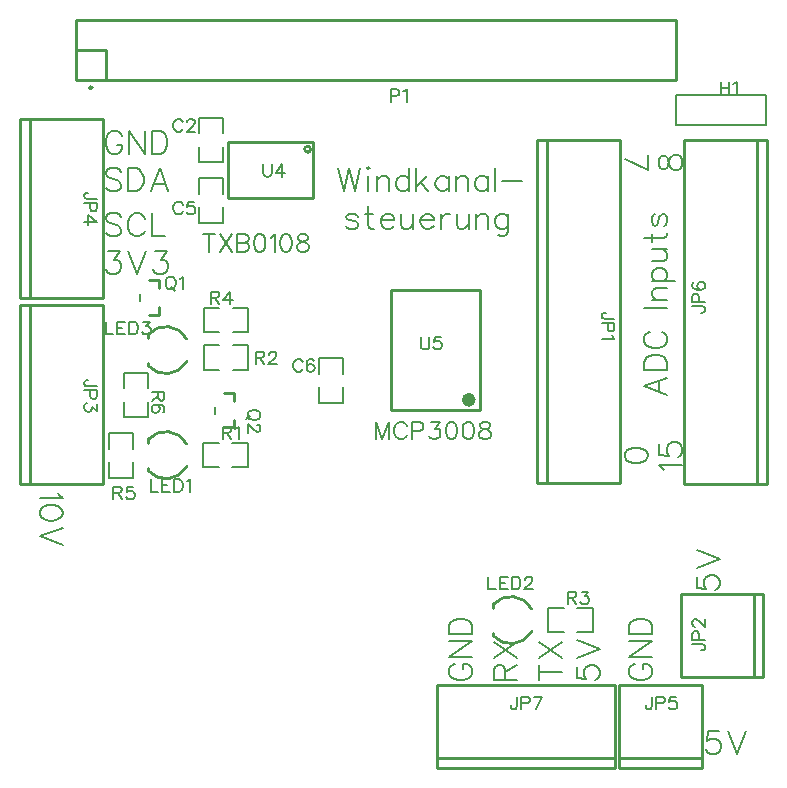
<source format=gto>
G04 Layer: TopSilkLayer*
G04 EasyEDA v6.3.22, 2020-01-23T08:33:16+01:00*
G04 c9beca13151b413282484c31864a17c3,a11fdbbf625d454fa155e63b1a2a2389,10*
G04 Gerber Generator version 0.2*
G04 Scale: 100 percent, Rotated: No, Reflected: No *
G04 Dimensions in inches *
G04 leading zeros omitted , absolute positions ,2 integer and 4 decimal *
%FSLAX24Y24*%
%MOIN*%
G90*
G70D02*

%ADD10C,0.010000*%
%ADD14C,0.023622*%
%ADD28C,0.007870*%
%ADD29C,0.008000*%
%ADD30C,0.007992*%
%ADD31C,0.007874*%
%ADD32C,0.006000*%

%LPD*%
G54D28*
G01X7468Y10342D02*
G01X7988Y10342D01*
G01X7988Y11157D01*
G01X7468Y11157D01*
G01X7022Y10342D02*
G01X6503Y10342D01*
G01X6503Y11157D01*
G01X7022Y11157D01*
G54D10*
G01X3156Y21953D02*
G01X3156Y16003D01*
G01X3156Y16003D02*
G01X716Y16003D01*
G01X716Y16003D02*
G01X396Y16003D01*
G01X396Y16003D02*
G01X396Y21953D01*
G01X396Y21953D02*
G01X716Y21953D01*
G01X716Y21953D02*
G01X3156Y21953D01*
G01X716Y16003D02*
G01X716Y21953D01*
G01X2250Y25250D02*
G01X2250Y23250D01*
G01X22250Y23250D01*
G01X22250Y25250D01*
G01X2250Y25250D01*
G01X3250Y24250D02*
G01X2250Y24250D01*
G01X3250Y23250D02*
G01X3250Y24250D01*
G54D29*
G01X23000Y22750D02*
G01X22250Y22750D01*
G01X22250Y21750D01*
G01X25250Y21750D01*
G01X25250Y22750D01*
G54D30*
G01X25250Y22750D02*
G01X23000Y22750D01*
G54D10*
G01X22524Y9798D02*
G01X22524Y21248D01*
G01X22524Y21248D02*
G01X24964Y21248D01*
G01X24964Y21248D02*
G01X25284Y21248D01*
G01X25284Y21248D02*
G01X25284Y9798D01*
G01X25284Y9798D02*
G01X24964Y9798D01*
G01X24964Y9798D02*
G01X22524Y9798D01*
G01X24964Y21248D02*
G01X24964Y9798D01*
G01X14275Y3090D02*
G01X20225Y3090D01*
G01X20225Y3090D02*
G01X20225Y650D01*
G01X20225Y650D02*
G01X20225Y330D01*
G01X20225Y330D02*
G01X14275Y330D01*
G01X14275Y330D02*
G01X14275Y650D01*
G01X14275Y650D02*
G01X14275Y3090D01*
G01X20225Y650D02*
G01X14275Y650D01*
G01X3156Y15752D02*
G01X3156Y9802D01*
G01X3156Y9802D02*
G01X716Y9802D01*
G01X716Y9802D02*
G01X396Y9802D01*
G01X396Y9802D02*
G01X396Y15752D01*
G01X396Y15752D02*
G01X716Y15752D01*
G01X716Y15752D02*
G01X3156Y15752D01*
G01X716Y9802D02*
G01X716Y15752D01*
G01X22410Y3369D02*
G01X22410Y6130D01*
G01X22410Y6130D02*
G01X24850Y6130D01*
G01X24850Y6130D02*
G01X25169Y6130D01*
G01X25169Y6130D02*
G01X25169Y3369D01*
G01X25169Y3369D02*
G01X24850Y3369D01*
G01X24850Y3369D02*
G01X22410Y3369D01*
G01X24850Y6130D02*
G01X24850Y3369D01*
G01X20381Y21268D02*
G01X20381Y9818D01*
G01X20381Y9818D02*
G01X17941Y9818D01*
G01X17941Y9818D02*
G01X17621Y9818D01*
G01X17621Y9818D02*
G01X17621Y21268D01*
G01X17621Y21268D02*
G01X17941Y21268D01*
G01X17941Y21268D02*
G01X20381Y21268D01*
G01X17941Y9818D02*
G01X17941Y21268D01*
G54D28*
G01X18968Y4842D02*
G01X19488Y4842D01*
G01X19488Y5657D01*
G01X18968Y5657D01*
G01X18522Y4842D02*
G01X18002Y4842D01*
G01X18002Y5657D01*
G01X18522Y5657D01*
G01X11157Y13468D02*
G01X11157Y13988D01*
G01X10342Y13988D01*
G01X10342Y13468D01*
G01X11157Y13022D02*
G01X11157Y12503D01*
G01X10342Y12503D01*
G01X10342Y13022D01*
G01X6342Y21031D02*
G01X6342Y20511D01*
G01X7157Y20511D01*
G01X7157Y21031D01*
G01X6342Y21477D02*
G01X6342Y21996D01*
G01X7157Y21996D01*
G01X7157Y21477D01*
G01X7157Y19468D02*
G01X7157Y19988D01*
G01X6342Y19988D01*
G01X6342Y19468D01*
G01X7157Y19022D02*
G01X7157Y18503D01*
G01X6342Y18503D01*
G01X6342Y19022D01*
G54D10*
G01X5005Y15684D02*
G01X5005Y15425D01*
G01X5005Y15684D01*
G01X5005Y15425D01*
G01X4684Y15425D01*
G01X4684Y16574D02*
G01X5005Y16574D01*
G01X5005Y16315D01*
G54D31*
G01X4395Y16118D02*
G01X4395Y15881D01*
G54D10*
G01X7334Y21196D02*
G01X10168Y21196D01*
G01X7334Y19305D02*
G01X10168Y19305D01*
G01X7334Y21196D02*
G01X7334Y19305D01*
G01X10168Y21194D02*
G01X10168Y19305D01*
G54D28*
G01X7031Y14407D02*
G01X6511Y14407D01*
G01X6511Y13592D01*
G01X7031Y13592D01*
G01X7477Y14407D02*
G01X7997Y14407D01*
G01X7997Y13592D01*
G01X7477Y13592D01*
G01X7031Y15657D02*
G01X6511Y15657D01*
G01X6511Y14842D01*
G01X7031Y14842D01*
G01X7477Y15657D02*
G01X7997Y15657D01*
G01X7997Y14842D01*
G01X7477Y14842D01*
G01X4157Y10968D02*
G01X4157Y11488D01*
G01X3342Y11488D01*
G01X3342Y10968D01*
G01X4157Y10522D02*
G01X4157Y10003D01*
G01X3342Y10003D01*
G01X3342Y10522D01*
G01X3842Y12531D02*
G01X3842Y12011D01*
G01X4657Y12011D01*
G01X4657Y12531D01*
G01X3842Y12977D02*
G01X3842Y13496D01*
G01X4657Y13496D01*
G01X4657Y12977D01*
G54D10*
G01X7505Y11934D02*
G01X7505Y11675D01*
G01X7505Y11934D01*
G01X7505Y11675D01*
G01X7184Y11675D01*
G01X7184Y12824D02*
G01X7505Y12824D01*
G01X7505Y12565D01*
G54D31*
G01X6895Y12368D02*
G01X6895Y12131D01*
G54D10*
G01X13063Y12242D02*
G01X15714Y12242D01*
G01X15714Y16257D01*
G01X12755Y16257D01*
G01X12755Y12242D01*
G01X13063Y12242D01*
G01X20369Y3090D02*
G01X23130Y3090D01*
G01X23130Y3090D02*
G01X23130Y650D01*
G01X23130Y650D02*
G01X23130Y330D01*
G01X23130Y330D02*
G01X20369Y330D01*
G01X20369Y330D02*
G01X20369Y650D01*
G01X20369Y650D02*
G01X20369Y3090D01*
G01X23130Y650D02*
G01X20369Y650D01*
G01X4659Y11270D02*
G01X4659Y11163D01*
G01X4659Y10336D02*
G01X4659Y10229D01*
G01X16159Y5770D02*
G01X16159Y5663D01*
G01X16159Y4836D02*
G01X16159Y4729D01*
G01X4659Y14770D02*
G01X4659Y14663D01*
G01X4659Y13836D02*
G01X4659Y13729D01*
G54D29*
G01X14875Y3794D02*
G01X14802Y3759D01*
G01X14728Y3686D01*
G01X14693Y3613D01*
G01X14693Y3467D01*
G01X14728Y3394D01*
G01X14802Y3323D01*
G01X14875Y3286D01*
G01X14984Y3250D01*
G01X15164Y3250D01*
G01X15275Y3286D01*
G01X15347Y3323D01*
G01X15419Y3394D01*
G01X15456Y3467D01*
G01X15456Y3613D01*
G01X15419Y3686D01*
G01X15347Y3759D01*
G01X15275Y3794D01*
G01X15164Y3794D01*
G01X15164Y3613D02*
G01X15164Y3794D01*
G01X14693Y4034D02*
G01X15456Y4034D01*
G01X14693Y4034D02*
G01X15456Y4544D01*
G01X14693Y4544D02*
G01X15456Y4544D01*
G01X14693Y4784D02*
G01X15456Y4784D01*
G01X14693Y4784D02*
G01X14693Y5038D01*
G01X14728Y5148D01*
G01X14802Y5221D01*
G01X14875Y5257D01*
G01X14984Y5294D01*
G01X15164Y5294D01*
G01X15275Y5257D01*
G01X15347Y5221D01*
G01X15419Y5148D01*
G01X15456Y5038D01*
G01X15456Y4784D01*
G01X16193Y3250D02*
G01X16956Y3250D01*
G01X16193Y3250D02*
G01X16193Y3576D01*
G01X16228Y3686D01*
G01X16264Y3723D01*
G01X16338Y3759D01*
G01X16410Y3759D01*
G01X16484Y3723D01*
G01X16519Y3686D01*
G01X16556Y3576D01*
G01X16556Y3250D01*
G01X16556Y3505D02*
G01X16956Y3759D01*
G01X16193Y3998D02*
G01X16956Y4507D01*
G01X16193Y4507D02*
G01X16956Y3998D01*
G01X17693Y3505D02*
G01X18456Y3505D01*
G01X17693Y3250D02*
G01X17693Y3759D01*
G01X17693Y3998D02*
G01X18456Y4507D01*
G01X17693Y4507D02*
G01X18456Y3998D01*
G01X18943Y3686D02*
G01X18943Y3323D01*
G01X19269Y3286D01*
G01X19234Y3323D01*
G01X19197Y3432D01*
G01X19197Y3540D01*
G01X19234Y3650D01*
G01X19306Y3723D01*
G01X19414Y3759D01*
G01X19488Y3759D01*
G01X19597Y3723D01*
G01X19669Y3650D01*
G01X19706Y3540D01*
G01X19706Y3432D01*
G01X19669Y3323D01*
G01X19634Y3286D01*
G01X19560Y3250D01*
G01X18943Y3998D02*
G01X19706Y4290D01*
G01X18943Y4580D02*
G01X19706Y4290D01*
G01X20875Y3794D02*
G01X20802Y3759D01*
G01X20728Y3686D01*
G01X20693Y3613D01*
G01X20693Y3467D01*
G01X20728Y3394D01*
G01X20802Y3323D01*
G01X20875Y3286D01*
G01X20984Y3250D01*
G01X21164Y3250D01*
G01X21275Y3286D01*
G01X21347Y3323D01*
G01X21419Y3394D01*
G01X21456Y3467D01*
G01X21456Y3613D01*
G01X21419Y3686D01*
G01X21347Y3759D01*
G01X21275Y3794D01*
G01X21164Y3794D01*
G01X21164Y3613D02*
G01X21164Y3794D01*
G01X20693Y4034D02*
G01X21456Y4034D01*
G01X20693Y4034D02*
G01X21456Y4544D01*
G01X20693Y4544D02*
G01X21456Y4544D01*
G01X20693Y4784D02*
G01X21456Y4784D01*
G01X20693Y4784D02*
G01X20693Y5038D01*
G01X20728Y5148D01*
G01X20802Y5221D01*
G01X20875Y5257D01*
G01X20984Y5294D01*
G01X21164Y5294D01*
G01X21275Y5257D01*
G01X21347Y5221D01*
G01X21419Y5148D01*
G01X21456Y5038D01*
G01X21456Y4784D01*
G01X23685Y1557D02*
G01X23322Y1557D01*
G01X23285Y1230D01*
G01X23322Y1265D01*
G01X23431Y1303D01*
G01X23540Y1303D01*
G01X23650Y1265D01*
G01X23722Y1194D01*
G01X23759Y1084D01*
G01X23759Y1011D01*
G01X23722Y903D01*
G01X23650Y830D01*
G01X23540Y794D01*
G01X23431Y794D01*
G01X23322Y830D01*
G01X23285Y865D01*
G01X23250Y938D01*
G01X23998Y1557D02*
G01X24289Y794D01*
G01X24581Y1557D02*
G01X24289Y794D01*
G01X22943Y6686D02*
G01X22943Y6323D01*
G01X23269Y6286D01*
G01X23234Y6323D01*
G01X23197Y6432D01*
G01X23197Y6540D01*
G01X23234Y6650D01*
G01X23306Y6723D01*
G01X23414Y6759D01*
G01X23488Y6759D01*
G01X23597Y6723D01*
G01X23669Y6650D01*
G01X23706Y6540D01*
G01X23706Y6432D01*
G01X23669Y6323D01*
G01X23634Y6286D01*
G01X23560Y6250D01*
G01X22943Y6998D02*
G01X23706Y7290D01*
G01X22943Y7580D02*
G01X23706Y7290D01*
G01X21838Y10250D02*
G01X21802Y10323D01*
G01X21693Y10432D01*
G01X22456Y10432D01*
G01X21693Y11107D02*
G01X21693Y10744D01*
G01X22019Y10707D01*
G01X21984Y10744D01*
G01X21947Y10853D01*
G01X21947Y10963D01*
G01X21984Y11071D01*
G01X22056Y11144D01*
G01X22164Y11180D01*
G01X22238Y11180D01*
G01X22347Y11144D01*
G01X22419Y11071D01*
G01X22456Y10963D01*
G01X22456Y10853D01*
G01X22419Y10744D01*
G01X22384Y10707D01*
G01X22310Y10671D01*
G01X21693Y20432D02*
G01X21728Y20323D01*
G01X21802Y20286D01*
G01X21875Y20286D01*
G01X21947Y20323D01*
G01X21984Y20394D01*
G01X22019Y20540D01*
G01X22056Y20650D01*
G01X22128Y20723D01*
G01X22202Y20759D01*
G01X22310Y20759D01*
G01X22384Y20723D01*
G01X22419Y20686D01*
G01X22456Y20577D01*
G01X22456Y20432D01*
G01X22419Y20323D01*
G01X22384Y20286D01*
G01X22310Y20250D01*
G01X22202Y20250D01*
G01X22128Y20286D01*
G01X22056Y20359D01*
G01X22019Y20467D01*
G01X21984Y20613D01*
G01X21947Y20686D01*
G01X21875Y20723D01*
G01X21802Y20723D01*
G01X21728Y20686D01*
G01X21693Y20577D01*
G01X21693Y20432D01*
G01X21306Y10782D02*
G01X21271Y10890D01*
G01X21161Y10963D01*
G01X20980Y11000D01*
G01X20871Y11000D01*
G01X20689Y10963D01*
G01X20580Y10890D01*
G01X20543Y10782D01*
G01X20543Y10709D01*
G01X20580Y10600D01*
G01X20689Y10526D01*
G01X20871Y10490D01*
G01X20980Y10490D01*
G01X21161Y10526D01*
G01X21271Y10600D01*
G01X21306Y10709D01*
G01X21306Y10782D01*
G01X21306Y20240D02*
G01X20543Y20605D01*
G01X21306Y20750D02*
G01X21306Y20240D01*
G01X21193Y13040D02*
G01X21956Y12750D01*
G01X21193Y13040D02*
G01X21956Y13332D01*
G01X21702Y12859D02*
G01X21702Y13223D01*
G01X21193Y13571D02*
G01X21956Y13571D01*
G01X21193Y13571D02*
G01X21193Y13826D01*
G01X21228Y13934D01*
G01X21302Y14007D01*
G01X21375Y14044D01*
G01X21484Y14080D01*
G01X21664Y14080D01*
G01X21775Y14044D01*
G01X21847Y14007D01*
G01X21919Y13934D01*
G01X21956Y13826D01*
G01X21956Y13571D01*
G01X21375Y14865D02*
G01X21302Y14830D01*
G01X21228Y14757D01*
G01X21193Y14684D01*
G01X21193Y14538D01*
G01X21228Y14465D01*
G01X21302Y14394D01*
G01X21375Y14357D01*
G01X21484Y14321D01*
G01X21664Y14321D01*
G01X21775Y14357D01*
G01X21847Y14394D01*
G01X21919Y14465D01*
G01X21956Y14538D01*
G01X21956Y14684D01*
G01X21919Y14757D01*
G01X21847Y14830D01*
G01X21775Y14865D01*
G01X21193Y15665D02*
G01X21956Y15665D01*
G01X21447Y15905D02*
G01X21956Y15905D01*
G01X21593Y15905D02*
G01X21484Y16015D01*
G01X21447Y16088D01*
G01X21447Y16196D01*
G01X21484Y16269D01*
G01X21593Y16305D01*
G01X21956Y16305D01*
G01X21447Y16546D02*
G01X22210Y16546D01*
G01X21556Y16546D02*
G01X21484Y16619D01*
G01X21447Y16692D01*
G01X21447Y16801D01*
G01X21484Y16873D01*
G01X21556Y16946D01*
G01X21664Y16982D01*
G01X21738Y16982D01*
G01X21847Y16946D01*
G01X21919Y16873D01*
G01X21956Y16801D01*
G01X21956Y16692D01*
G01X21919Y16619D01*
G01X21847Y16546D01*
G01X21447Y17223D02*
G01X21810Y17223D01*
G01X21919Y17259D01*
G01X21956Y17332D01*
G01X21956Y17440D01*
G01X21919Y17513D01*
G01X21810Y17623D01*
G01X21447Y17623D02*
G01X21956Y17623D01*
G01X21193Y17971D02*
G01X21810Y17971D01*
G01X21919Y18007D01*
G01X21956Y18080D01*
G01X21956Y18153D01*
G01X21447Y17863D02*
G01X21447Y18117D01*
G01X21556Y18794D02*
G01X21484Y18757D01*
G01X21447Y18648D01*
G01X21447Y18538D01*
G01X21484Y18430D01*
G01X21556Y18394D01*
G01X21628Y18430D01*
G01X21664Y18503D01*
G01X21702Y18684D01*
G01X21738Y18757D01*
G01X21810Y18794D01*
G01X21847Y18794D01*
G01X21919Y18757D01*
G01X21956Y18648D01*
G01X21956Y18538D01*
G01X21919Y18430D01*
G01X21847Y18394D01*
G01X1661Y9500D02*
G01X1698Y9426D01*
G01X1807Y9317D01*
G01X1044Y9317D01*
G01X1807Y8859D02*
G01X1771Y8969D01*
G01X1661Y9042D01*
G01X1480Y9078D01*
G01X1371Y9078D01*
G01X1188Y9042D01*
G01X1080Y8969D01*
G01X1044Y8859D01*
G01X1044Y8786D01*
G01X1080Y8678D01*
G01X1188Y8605D01*
G01X1371Y8569D01*
G01X1480Y8569D01*
G01X1661Y8605D01*
G01X1771Y8678D01*
G01X1807Y8786D01*
G01X1807Y8859D01*
G01X1807Y8328D02*
G01X1044Y8038D01*
G01X1807Y7746D02*
G01X1044Y8038D01*
G01X3323Y17557D02*
G01X3723Y17557D01*
G01X3505Y17265D01*
G01X3613Y17265D01*
G01X3686Y17230D01*
G01X3723Y17194D01*
G01X3759Y17084D01*
G01X3759Y17011D01*
G01X3723Y16903D01*
G01X3650Y16830D01*
G01X3540Y16794D01*
G01X3432Y16794D01*
G01X3323Y16830D01*
G01X3286Y16865D01*
G01X3250Y16938D01*
G01X3998Y17557D02*
G01X4290Y16794D01*
G01X4580Y17557D02*
G01X4290Y16794D01*
G01X4894Y17557D02*
G01X5294Y17557D01*
G01X5075Y17265D01*
G01X5184Y17265D01*
G01X5257Y17230D01*
G01X5294Y17194D01*
G01X5330Y17084D01*
G01X5330Y17011D01*
G01X5294Y16903D01*
G01X5221Y16830D01*
G01X5111Y16794D01*
G01X5003Y16794D01*
G01X4894Y16830D01*
G01X4857Y16865D01*
G01X4821Y16938D01*
G01X3759Y18698D02*
G01X3686Y18771D01*
G01X3576Y18807D01*
G01X3432Y18807D01*
G01X3323Y18771D01*
G01X3250Y18698D01*
G01X3250Y18625D01*
G01X3286Y18553D01*
G01X3323Y18515D01*
G01X3394Y18480D01*
G01X3613Y18407D01*
G01X3686Y18371D01*
G01X3723Y18334D01*
G01X3759Y18261D01*
G01X3759Y18153D01*
G01X3686Y18080D01*
G01X3576Y18044D01*
G01X3432Y18044D01*
G01X3323Y18080D01*
G01X3250Y18153D01*
G01X4544Y18625D02*
G01X4507Y18698D01*
G01X4434Y18771D01*
G01X4363Y18807D01*
G01X4217Y18807D01*
G01X4144Y18771D01*
G01X4071Y18698D01*
G01X4034Y18625D01*
G01X3998Y18515D01*
G01X3998Y18334D01*
G01X4034Y18225D01*
G01X4071Y18153D01*
G01X4144Y18080D01*
G01X4217Y18044D01*
G01X4363Y18044D01*
G01X4434Y18080D01*
G01X4507Y18153D01*
G01X4544Y18225D01*
G01X4784Y18807D02*
G01X4784Y18044D01*
G01X4784Y18044D02*
G01X5221Y18044D01*
G01X3759Y20198D02*
G01X3686Y20271D01*
G01X3576Y20307D01*
G01X3432Y20307D01*
G01X3323Y20271D01*
G01X3250Y20198D01*
G01X3250Y20125D01*
G01X3286Y20053D01*
G01X3323Y20015D01*
G01X3394Y19980D01*
G01X3613Y19907D01*
G01X3686Y19871D01*
G01X3723Y19834D01*
G01X3759Y19761D01*
G01X3759Y19653D01*
G01X3686Y19580D01*
G01X3576Y19544D01*
G01X3432Y19544D01*
G01X3323Y19580D01*
G01X3250Y19653D01*
G01X3998Y20307D02*
G01X3998Y19544D01*
G01X3998Y20307D02*
G01X4253Y20307D01*
G01X4363Y20271D01*
G01X4434Y20198D01*
G01X4471Y20125D01*
G01X4507Y20015D01*
G01X4507Y19834D01*
G01X4471Y19725D01*
G01X4434Y19653D01*
G01X4363Y19580D01*
G01X4253Y19544D01*
G01X3998Y19544D01*
G01X5038Y20307D02*
G01X4748Y19544D01*
G01X5038Y20307D02*
G01X5330Y19544D01*
G01X4857Y19798D02*
G01X5221Y19798D01*
G01X3794Y21375D02*
G01X3759Y21448D01*
G01X3686Y21521D01*
G01X3613Y21557D01*
G01X3467Y21557D01*
G01X3394Y21521D01*
G01X3323Y21448D01*
G01X3286Y21375D01*
G01X3250Y21265D01*
G01X3250Y21084D01*
G01X3286Y20975D01*
G01X3323Y20903D01*
G01X3394Y20830D01*
G01X3467Y20794D01*
G01X3613Y20794D01*
G01X3686Y20830D01*
G01X3759Y20903D01*
G01X3794Y20975D01*
G01X3794Y21084D01*
G01X3613Y21084D02*
G01X3794Y21084D01*
G01X4034Y21557D02*
G01X4034Y20794D01*
G01X4034Y21557D02*
G01X4544Y20794D01*
G01X4544Y21557D02*
G01X4544Y20794D01*
G01X4784Y21557D02*
G01X4784Y20794D01*
G01X4784Y21557D02*
G01X5038Y21557D01*
G01X5148Y21521D01*
G01X5221Y21448D01*
G01X5257Y21375D01*
G01X5294Y21265D01*
G01X5294Y21084D01*
G01X5257Y20975D01*
G01X5221Y20903D01*
G01X5148Y20830D01*
G01X5038Y20794D01*
G01X4784Y20794D01*
G54D32*
G01X12250Y11855D02*
G01X12250Y11282D01*
G01X12250Y11855D02*
G01X12468Y11282D01*
G01X12685Y11855D02*
G01X12468Y11282D01*
G01X12685Y11855D02*
G01X12685Y11282D01*
G01X13275Y11719D02*
G01X13247Y11773D01*
G01X13193Y11828D01*
G01X13139Y11855D01*
G01X13030Y11855D01*
G01X12975Y11828D01*
G01X12921Y11773D01*
G01X12893Y11719D01*
G01X12865Y11636D01*
G01X12865Y11501D01*
G01X12893Y11419D01*
G01X12921Y11365D01*
G01X12975Y11309D01*
G01X13030Y11282D01*
G01X13139Y11282D01*
G01X13193Y11309D01*
G01X13247Y11365D01*
G01X13275Y11419D01*
G01X13455Y11855D02*
G01X13455Y11282D01*
G01X13455Y11855D02*
G01X13701Y11855D01*
G01X13782Y11828D01*
G01X13810Y11801D01*
G01X13836Y11746D01*
G01X13836Y11665D01*
G01X13810Y11609D01*
G01X13782Y11582D01*
G01X13701Y11555D01*
G01X13455Y11555D01*
G01X14072Y11855D02*
G01X14372Y11855D01*
G01X14207Y11636D01*
G01X14289Y11636D01*
G01X14344Y11609D01*
G01X14372Y11582D01*
G01X14398Y11501D01*
G01X14398Y11446D01*
G01X14372Y11365D01*
G01X14317Y11309D01*
G01X14235Y11282D01*
G01X14153Y11282D01*
G01X14072Y11309D01*
G01X14044Y11336D01*
G01X14017Y11392D01*
G01X14743Y11855D02*
G01X14660Y11828D01*
G01X14606Y11746D01*
G01X14578Y11609D01*
G01X14578Y11528D01*
G01X14606Y11392D01*
G01X14660Y11309D01*
G01X14743Y11282D01*
G01X14797Y11282D01*
G01X14878Y11309D01*
G01X14934Y11392D01*
G01X14960Y11528D01*
G01X14960Y11609D01*
G01X14934Y11746D01*
G01X14878Y11828D01*
G01X14797Y11855D01*
G01X14743Y11855D01*
G01X15305Y11855D02*
G01X15222Y11828D01*
G01X15168Y11746D01*
G01X15140Y11609D01*
G01X15140Y11528D01*
G01X15168Y11392D01*
G01X15222Y11309D01*
G01X15305Y11282D01*
G01X15359Y11282D01*
G01X15440Y11309D01*
G01X15494Y11392D01*
G01X15522Y11528D01*
G01X15522Y11609D01*
G01X15494Y11746D01*
G01X15440Y11828D01*
G01X15359Y11855D01*
G01X15305Y11855D01*
G01X15839Y11855D02*
G01X15756Y11828D01*
G01X15730Y11773D01*
G01X15730Y11719D01*
G01X15756Y11665D01*
G01X15811Y11636D01*
G01X15921Y11609D01*
G01X16002Y11582D01*
G01X16056Y11528D01*
G01X16085Y11473D01*
G01X16085Y11392D01*
G01X16056Y11336D01*
G01X16030Y11309D01*
G01X15947Y11282D01*
G01X15839Y11282D01*
G01X15756Y11309D01*
G01X15730Y11336D01*
G01X15702Y11392D01*
G01X15702Y11473D01*
G01X15730Y11528D01*
G01X15785Y11582D01*
G01X15865Y11609D01*
G01X15975Y11636D01*
G01X16030Y11665D01*
G01X16056Y11719D01*
G01X16056Y11773D01*
G01X16030Y11828D01*
G01X15947Y11855D01*
G01X15839Y11855D01*
G01X6690Y18105D02*
G01X6690Y17532D01*
G01X6500Y18105D02*
G01X6882Y18105D01*
G01X7061Y18105D02*
G01X7443Y17532D01*
G01X7443Y18105D02*
G01X7061Y17532D01*
G01X7623Y18105D02*
G01X7623Y17532D01*
G01X7623Y18105D02*
G01X7868Y18105D01*
G01X7951Y18078D01*
G01X7977Y18051D01*
G01X8005Y17996D01*
G01X8005Y17942D01*
G01X7977Y17886D01*
G01X7951Y17859D01*
G01X7868Y17832D01*
G01X7623Y17832D02*
G01X7868Y17832D01*
G01X7951Y17805D01*
G01X7977Y17778D01*
G01X8005Y17723D01*
G01X8005Y17642D01*
G01X7977Y17586D01*
G01X7951Y17559D01*
G01X7868Y17532D01*
G01X7623Y17532D01*
G01X8348Y18105D02*
G01X8267Y18078D01*
G01X8213Y17996D01*
G01X8185Y17859D01*
G01X8185Y17778D01*
G01X8213Y17642D01*
G01X8267Y17559D01*
G01X8348Y17532D01*
G01X8403Y17532D01*
G01X8485Y17559D01*
G01X8539Y17642D01*
G01X8567Y17778D01*
G01X8567Y17859D01*
G01X8539Y17996D01*
G01X8485Y18078D01*
G01X8403Y18105D01*
G01X8348Y18105D01*
G01X8747Y17996D02*
G01X8802Y18023D01*
G01X8884Y18105D01*
G01X8884Y17532D01*
G01X9227Y18105D02*
G01X9144Y18078D01*
G01X9090Y17996D01*
G01X9064Y17859D01*
G01X9064Y17778D01*
G01X9090Y17642D01*
G01X9144Y17559D01*
G01X9227Y17532D01*
G01X9281Y17532D01*
G01X9364Y17559D01*
G01X9418Y17642D01*
G01X9444Y17778D01*
G01X9444Y17859D01*
G01X9418Y17996D01*
G01X9364Y18078D01*
G01X9281Y18105D01*
G01X9227Y18105D01*
G01X9761Y18105D02*
G01X9680Y18078D01*
G01X9652Y18023D01*
G01X9652Y17969D01*
G01X9680Y17915D01*
G01X9735Y17886D01*
G01X9843Y17859D01*
G01X9925Y17832D01*
G01X9980Y17778D01*
G01X10006Y17723D01*
G01X10006Y17642D01*
G01X9980Y17586D01*
G01X9952Y17559D01*
G01X9871Y17532D01*
G01X9761Y17532D01*
G01X9680Y17559D01*
G01X9652Y17586D01*
G01X9625Y17642D01*
G01X9625Y17723D01*
G01X9652Y17778D01*
G01X9706Y17832D01*
G01X9789Y17859D01*
G01X9897Y17886D01*
G01X9952Y17915D01*
G01X9980Y17969D01*
G01X9980Y18023D01*
G01X9952Y18078D01*
G01X9871Y18105D01*
G01X9761Y18105D01*
G54D29*
G01X11000Y20307D02*
G01X11181Y19544D01*
G01X11364Y20307D02*
G01X11181Y19544D01*
G01X11364Y20307D02*
G01X11544Y19544D01*
G01X11727Y20307D02*
G01X11544Y19544D01*
G01X11967Y20307D02*
G01X12003Y20271D01*
G01X12039Y20307D01*
G01X12003Y20344D01*
G01X11967Y20307D01*
G01X12003Y20053D02*
G01X12003Y19544D01*
G01X12280Y20053D02*
G01X12280Y19544D01*
G01X12280Y19907D02*
G01X12389Y20015D01*
G01X12461Y20053D01*
G01X12571Y20053D01*
G01X12643Y20015D01*
G01X12680Y19907D01*
G01X12680Y19544D01*
G01X13356Y20307D02*
G01X13356Y19544D01*
G01X13356Y19944D02*
G01X13284Y20015D01*
G01X13210Y20053D01*
G01X13102Y20053D01*
G01X13028Y20015D01*
G01X12956Y19944D01*
G01X12919Y19834D01*
G01X12919Y19761D01*
G01X12956Y19653D01*
G01X13028Y19580D01*
G01X13102Y19544D01*
G01X13210Y19544D01*
G01X13284Y19580D01*
G01X13356Y19653D01*
G01X13596Y20307D02*
G01X13596Y19544D01*
G01X13960Y20053D02*
G01X13596Y19688D01*
G01X13742Y19834D02*
G01X13996Y19544D01*
G01X14672Y20053D02*
G01X14672Y19544D01*
G01X14672Y19944D02*
G01X14600Y20015D01*
G01X14527Y20053D01*
G01X14418Y20053D01*
G01X14344Y20015D01*
G01X14272Y19944D01*
G01X14235Y19834D01*
G01X14235Y19761D01*
G01X14272Y19653D01*
G01X14344Y19580D01*
G01X14418Y19544D01*
G01X14527Y19544D01*
G01X14600Y19580D01*
G01X14672Y19653D01*
G01X14913Y20053D02*
G01X14913Y19544D01*
G01X14913Y19907D02*
G01X15022Y20015D01*
G01X15094Y20053D01*
G01X15203Y20053D01*
G01X15276Y20015D01*
G01X15313Y19907D01*
G01X15313Y19544D01*
G01X15989Y20053D02*
G01X15989Y19544D01*
G01X15989Y19944D02*
G01X15915Y20015D01*
G01X15843Y20053D01*
G01X15735Y20053D01*
G01X15661Y20015D01*
G01X15589Y19944D01*
G01X15552Y19834D01*
G01X15552Y19761D01*
G01X15589Y19653D01*
G01X15661Y19580D01*
G01X15735Y19544D01*
G01X15843Y19544D01*
G01X15915Y19580D01*
G01X15989Y19653D01*
G01X16228Y20307D02*
G01X16228Y19544D01*
G01X16468Y19871D02*
G01X17123Y19871D01*
G01X11650Y18694D02*
G01X11614Y18765D01*
G01X11505Y18803D01*
G01X11394Y18803D01*
G01X11285Y18765D01*
G01X11250Y18694D01*
G01X11285Y18621D01*
G01X11359Y18584D01*
G01X11540Y18548D01*
G01X11614Y18511D01*
G01X11650Y18438D01*
G01X11650Y18403D01*
G01X11614Y18330D01*
G01X11505Y18294D01*
G01X11394Y18294D01*
G01X11285Y18330D01*
G01X11250Y18403D01*
G01X11998Y19057D02*
G01X11998Y18438D01*
G01X12035Y18330D01*
G01X12107Y18294D01*
G01X12181Y18294D01*
G01X11889Y18803D02*
G01X12144Y18803D01*
G01X12421Y18584D02*
G01X12856Y18584D01*
G01X12856Y18657D01*
G01X12821Y18730D01*
G01X12785Y18765D01*
G01X12711Y18803D01*
G01X12602Y18803D01*
G01X12530Y18765D01*
G01X12456Y18694D01*
G01X12421Y18584D01*
G01X12421Y18511D01*
G01X12456Y18403D01*
G01X12530Y18330D01*
G01X12602Y18294D01*
G01X12711Y18294D01*
G01X12785Y18330D01*
G01X12856Y18403D01*
G01X13097Y18803D02*
G01X13097Y18438D01*
G01X13134Y18330D01*
G01X13206Y18294D01*
G01X13314Y18294D01*
G01X13388Y18330D01*
G01X13497Y18438D01*
G01X13497Y18803D02*
G01X13497Y18294D01*
G01X13736Y18584D02*
G01X14173Y18584D01*
G01X14173Y18657D01*
G01X14136Y18730D01*
G01X14101Y18765D01*
G01X14027Y18803D01*
G01X13918Y18803D01*
G01X13846Y18765D01*
G01X13773Y18694D01*
G01X13736Y18584D01*
G01X13736Y18511D01*
G01X13773Y18403D01*
G01X13846Y18330D01*
G01X13918Y18294D01*
G01X14027Y18294D01*
G01X14101Y18330D01*
G01X14173Y18403D01*
G01X14414Y18803D02*
G01X14414Y18294D01*
G01X14414Y18584D02*
G01X14450Y18694D01*
G01X14522Y18765D01*
G01X14594Y18803D01*
G01X14705Y18803D01*
G01X14944Y18803D02*
G01X14944Y18438D01*
G01X14981Y18330D01*
G01X15053Y18294D01*
G01X15163Y18294D01*
G01X15235Y18330D01*
G01X15344Y18438D01*
G01X15344Y18803D02*
G01X15344Y18294D01*
G01X15585Y18803D02*
G01X15585Y18294D01*
G01X15585Y18657D02*
G01X15693Y18765D01*
G01X15765Y18803D01*
G01X15875Y18803D01*
G01X15947Y18765D01*
G01X15985Y18657D01*
G01X15985Y18294D01*
G01X16660Y18803D02*
G01X16660Y18221D01*
G01X16625Y18111D01*
G01X16588Y18075D01*
G01X16514Y18038D01*
G01X16406Y18038D01*
G01X16334Y18075D01*
G01X16660Y18694D02*
G01X16588Y18765D01*
G01X16514Y18803D01*
G01X16406Y18803D01*
G01X16334Y18765D01*
G01X16260Y18694D01*
G01X16225Y18584D01*
G01X16225Y18511D01*
G01X16260Y18403D01*
G01X16334Y18330D01*
G01X16406Y18294D01*
G01X16514Y18294D01*
G01X16588Y18330D01*
G01X16660Y18403D01*
G54D32*
G01X7150Y11704D02*
G01X7150Y11274D01*
G01X7150Y11704D02*
G01X7334Y11704D01*
G01X7395Y11683D01*
G01X7415Y11663D01*
G01X7436Y11622D01*
G01X7436Y11581D01*
G01X7415Y11540D01*
G01X7395Y11520D01*
G01X7334Y11499D01*
G01X7150Y11499D01*
G01X7293Y11499D02*
G01X7436Y11274D01*
G01X7571Y11622D02*
G01X7612Y11642D01*
G01X7673Y11704D01*
G01X7673Y11274D01*
G01X2954Y19295D02*
G01X2627Y19295D01*
G01X2565Y19316D01*
G01X2545Y19336D01*
G01X2525Y19377D01*
G01X2525Y19418D01*
G01X2545Y19459D01*
G01X2565Y19480D01*
G01X2627Y19500D01*
G01X2668Y19500D01*
G01X2954Y19160D02*
G01X2525Y19160D01*
G01X2954Y19160D02*
G01X2954Y18976D01*
G01X2934Y18915D01*
G01X2913Y18895D01*
G01X2872Y18874D01*
G01X2811Y18874D01*
G01X2770Y18895D01*
G01X2750Y18915D01*
G01X2729Y18976D01*
G01X2729Y19160D01*
G01X2954Y18535D02*
G01X2668Y18739D01*
G01X2668Y18432D01*
G01X2954Y18535D02*
G01X2525Y18535D01*
G01X12750Y22953D02*
G01X12750Y22525D01*
G01X12750Y22953D02*
G01X12934Y22953D01*
G01X12994Y22934D01*
G01X13015Y22913D01*
G01X13035Y22871D01*
G01X13035Y22811D01*
G01X13015Y22769D01*
G01X12994Y22750D01*
G01X12934Y22728D01*
G01X12750Y22728D01*
G01X13171Y22871D02*
G01X13211Y22892D01*
G01X13273Y22953D01*
G01X13273Y22525D01*
G01X23750Y23203D02*
G01X23750Y22775D01*
G01X24035Y23203D02*
G01X24035Y22775D01*
G01X23750Y23000D02*
G01X24035Y23000D01*
G01X24171Y23121D02*
G01X24211Y23142D01*
G01X24273Y23203D01*
G01X24273Y22775D01*
G01X22796Y15705D02*
G01X23122Y15705D01*
G01X23185Y15684D01*
G01X23205Y15663D01*
G01X23225Y15623D01*
G01X23225Y15582D01*
G01X23205Y15540D01*
G01X23185Y15519D01*
G01X23122Y15500D01*
G01X23081Y15500D01*
G01X22796Y15840D02*
G01X23225Y15840D01*
G01X22796Y15840D02*
G01X22796Y16023D01*
G01X22815Y16084D01*
G01X22836Y16105D01*
G01X22877Y16126D01*
G01X22939Y16126D01*
G01X22980Y16105D01*
G01X23000Y16084D01*
G01X23021Y16023D01*
G01X23021Y15840D01*
G01X22856Y16505D02*
G01X22815Y16486D01*
G01X22796Y16425D01*
G01X22796Y16384D01*
G01X22815Y16321D01*
G01X22877Y16280D01*
G01X22980Y16261D01*
G01X23081Y16261D01*
G01X23164Y16280D01*
G01X23205Y16321D01*
G01X23225Y16384D01*
G01X23225Y16403D01*
G01X23205Y16465D01*
G01X23164Y16505D01*
G01X23102Y16527D01*
G01X23081Y16527D01*
G01X23021Y16505D01*
G01X22980Y16465D01*
G01X22960Y16403D01*
G01X22960Y16384D01*
G01X22980Y16321D01*
G01X23021Y16280D01*
G01X23081Y16261D01*
G01X16955Y2703D02*
G01X16955Y2376D01*
G01X16934Y2315D01*
G01X16914Y2294D01*
G01X16872Y2275D01*
G01X16831Y2275D01*
G01X16790Y2294D01*
G01X16769Y2315D01*
G01X16750Y2376D01*
G01X16750Y2417D01*
G01X17089Y2703D02*
G01X17089Y2275D01*
G01X17089Y2703D02*
G01X17273Y2703D01*
G01X17335Y2684D01*
G01X17355Y2663D01*
G01X17376Y2621D01*
G01X17376Y2561D01*
G01X17355Y2519D01*
G01X17335Y2500D01*
G01X17273Y2478D01*
G01X17089Y2478D01*
G01X17797Y2703D02*
G01X17593Y2275D01*
G01X17510Y2703D02*
G01X17797Y2703D01*
G01X2954Y13044D02*
G01X2627Y13044D01*
G01X2565Y13065D01*
G01X2545Y13085D01*
G01X2525Y13126D01*
G01X2525Y13167D01*
G01X2545Y13208D01*
G01X2565Y13229D01*
G01X2627Y13249D01*
G01X2668Y13249D01*
G01X2954Y12909D02*
G01X2525Y12909D01*
G01X2954Y12909D02*
G01X2954Y12725D01*
G01X2934Y12664D01*
G01X2913Y12644D01*
G01X2872Y12623D01*
G01X2811Y12623D01*
G01X2770Y12644D01*
G01X2750Y12664D01*
G01X2729Y12725D01*
G01X2729Y12909D01*
G01X2954Y12447D02*
G01X2954Y12222D01*
G01X2790Y12345D01*
G01X2790Y12284D01*
G01X2770Y12243D01*
G01X2750Y12222D01*
G01X2688Y12202D01*
G01X2647Y12202D01*
G01X2586Y12222D01*
G01X2545Y12263D01*
G01X2525Y12324D01*
G01X2525Y12386D01*
G01X2545Y12447D01*
G01X2565Y12468D01*
G01X2606Y12488D01*
G01X22796Y4455D02*
G01X23122Y4455D01*
G01X23185Y4434D01*
G01X23205Y4413D01*
G01X23225Y4373D01*
G01X23225Y4332D01*
G01X23205Y4290D01*
G01X23185Y4269D01*
G01X23122Y4250D01*
G01X23081Y4250D01*
G01X22796Y4590D02*
G01X23225Y4590D01*
G01X22796Y4590D02*
G01X22796Y4773D01*
G01X22815Y4834D01*
G01X22836Y4855D01*
G01X22877Y4876D01*
G01X22939Y4876D01*
G01X22980Y4855D01*
G01X23000Y4834D01*
G01X23021Y4773D01*
G01X23021Y4590D01*
G01X22897Y5030D02*
G01X22877Y5030D01*
G01X22836Y5051D01*
G01X22815Y5071D01*
G01X22796Y5113D01*
G01X22796Y5194D01*
G01X22815Y5236D01*
G01X22836Y5255D01*
G01X22877Y5276D01*
G01X22918Y5276D01*
G01X22960Y5255D01*
G01X23021Y5215D01*
G01X23225Y5011D01*
G01X23225Y5296D01*
G01X20204Y15294D02*
G01X19877Y15294D01*
G01X19815Y15315D01*
G01X19795Y15336D01*
G01X19774Y15376D01*
G01X19774Y15417D01*
G01X19795Y15459D01*
G01X19815Y15480D01*
G01X19877Y15500D01*
G01X19918Y15500D01*
G01X20204Y15159D02*
G01X19774Y15159D01*
G01X20204Y15159D02*
G01X20204Y14976D01*
G01X20183Y14915D01*
G01X20163Y14894D01*
G01X20122Y14873D01*
G01X20061Y14873D01*
G01X20020Y14894D01*
G01X19999Y14915D01*
G01X19979Y14976D01*
G01X19979Y15159D01*
G01X20122Y14738D02*
G01X20143Y14698D01*
G01X20204Y14636D01*
G01X19774Y14636D01*
G01X18649Y6204D02*
G01X18649Y5775D01*
G01X18649Y6204D02*
G01X18833Y6204D01*
G01X18894Y6184D01*
G01X18915Y6163D01*
G01X18935Y6122D01*
G01X18935Y6081D01*
G01X18915Y6040D01*
G01X18894Y6020D01*
G01X18833Y6000D01*
G01X18649Y6000D01*
G01X18792Y6000D02*
G01X18935Y5775D01*
G01X19111Y6204D02*
G01X19336Y6204D01*
G01X19214Y6040D01*
G01X19275Y6040D01*
G01X19316Y6020D01*
G01X19336Y6000D01*
G01X19357Y5938D01*
G01X19357Y5897D01*
G01X19336Y5836D01*
G01X19295Y5795D01*
G01X19234Y5775D01*
G01X19173Y5775D01*
G01X19111Y5795D01*
G01X19091Y5815D01*
G01X19070Y5856D01*
G01X9806Y13851D02*
G01X9785Y13892D01*
G01X9744Y13934D01*
G01X9705Y13953D01*
G01X9622Y13953D01*
G01X9581Y13934D01*
G01X9540Y13892D01*
G01X9519Y13851D01*
G01X9500Y13790D01*
G01X9500Y13688D01*
G01X9519Y13626D01*
G01X9540Y13586D01*
G01X9581Y13544D01*
G01X9622Y13525D01*
G01X9705Y13525D01*
G01X9744Y13544D01*
G01X9785Y13586D01*
G01X9806Y13626D01*
G01X10186Y13892D02*
G01X10167Y13934D01*
G01X10105Y13953D01*
G01X10064Y13953D01*
G01X10002Y13934D01*
G01X9961Y13871D01*
G01X9942Y13769D01*
G01X9942Y13667D01*
G01X9961Y13586D01*
G01X10002Y13544D01*
G01X10064Y13525D01*
G01X10085Y13525D01*
G01X10146Y13544D01*
G01X10186Y13586D01*
G01X10207Y13646D01*
G01X10207Y13667D01*
G01X10186Y13728D01*
G01X10146Y13769D01*
G01X10085Y13790D01*
G01X10064Y13790D01*
G01X10002Y13769D01*
G01X9961Y13728D01*
G01X9942Y13667D01*
G01X5807Y21852D02*
G01X5786Y21892D01*
G01X5744Y21934D01*
G01X5705Y21953D01*
G01X5623Y21953D01*
G01X5582Y21934D01*
G01X5540Y21892D01*
G01X5519Y21852D01*
G01X5500Y21790D01*
G01X5500Y21688D01*
G01X5519Y21627D01*
G01X5540Y21586D01*
G01X5582Y21544D01*
G01X5623Y21525D01*
G01X5705Y21525D01*
G01X5744Y21544D01*
G01X5786Y21586D01*
G01X5807Y21627D01*
G01X5961Y21852D02*
G01X5961Y21871D01*
G01X5982Y21913D01*
G01X6003Y21934D01*
G01X6044Y21953D01*
G01X6126Y21953D01*
G01X6167Y21934D01*
G01X6186Y21913D01*
G01X6207Y21871D01*
G01X6207Y21830D01*
G01X6186Y21790D01*
G01X6146Y21728D01*
G01X5942Y21525D01*
G01X6228Y21525D01*
G01X5807Y19102D02*
G01X5786Y19142D01*
G01X5744Y19184D01*
G01X5705Y19203D01*
G01X5623Y19203D01*
G01X5582Y19184D01*
G01X5540Y19142D01*
G01X5519Y19102D01*
G01X5500Y19040D01*
G01X5500Y18938D01*
G01X5519Y18877D01*
G01X5540Y18836D01*
G01X5582Y18794D01*
G01X5623Y18775D01*
G01X5705Y18775D01*
G01X5744Y18794D01*
G01X5786Y18836D01*
G01X5807Y18877D01*
G01X6186Y19203D02*
G01X5982Y19203D01*
G01X5961Y19019D01*
G01X5982Y19040D01*
G01X6044Y19061D01*
G01X6105Y19061D01*
G01X6167Y19040D01*
G01X6207Y19000D01*
G01X6228Y18938D01*
G01X6228Y18896D01*
G01X6207Y18836D01*
G01X6167Y18794D01*
G01X6105Y18775D01*
G01X6044Y18775D01*
G01X5982Y18794D01*
G01X5961Y18815D01*
G01X5942Y18855D01*
G01X5373Y16703D02*
G01X5332Y16684D01*
G01X5290Y16642D01*
G01X5269Y16602D01*
G01X5250Y16540D01*
G01X5250Y16438D01*
G01X5269Y16376D01*
G01X5290Y16336D01*
G01X5332Y16294D01*
G01X5373Y16275D01*
G01X5455Y16275D01*
G01X5494Y16294D01*
G01X5536Y16336D01*
G01X5557Y16376D01*
G01X5576Y16438D01*
G01X5576Y16540D01*
G01X5557Y16602D01*
G01X5536Y16642D01*
G01X5494Y16684D01*
G01X5455Y16703D01*
G01X5373Y16703D01*
G01X5434Y16355D02*
G01X5557Y16234D01*
G01X5711Y16621D02*
G01X5753Y16642D01*
G01X5815Y16703D01*
G01X5815Y16275D01*
G01X8500Y20453D02*
G01X8500Y20146D01*
G01X8519Y20086D01*
G01X8560Y20044D01*
G01X8622Y20025D01*
G01X8664Y20025D01*
G01X8725Y20044D01*
G01X8765Y20086D01*
G01X8785Y20146D01*
G01X8785Y20453D01*
G01X9126Y20453D02*
G01X8921Y20167D01*
G01X9227Y20167D01*
G01X9126Y20453D02*
G01X9126Y20025D01*
G01X8250Y14203D02*
G01X8250Y13775D01*
G01X8250Y14203D02*
G01X8434Y14203D01*
G01X8494Y14184D01*
G01X8515Y14163D01*
G01X8535Y14121D01*
G01X8535Y14080D01*
G01X8515Y14040D01*
G01X8494Y14019D01*
G01X8434Y14000D01*
G01X8250Y14000D01*
G01X8393Y14000D02*
G01X8535Y13775D01*
G01X8692Y14101D02*
G01X8692Y14121D01*
G01X8711Y14163D01*
G01X8732Y14184D01*
G01X8773Y14203D01*
G01X8855Y14203D01*
G01X8896Y14184D01*
G01X8917Y14163D01*
G01X8936Y14121D01*
G01X8936Y14080D01*
G01X8917Y14040D01*
G01X8876Y13978D01*
G01X8671Y13775D01*
G01X8957Y13775D01*
G01X6750Y16203D02*
G01X6750Y15775D01*
G01X6750Y16203D02*
G01X6934Y16203D01*
G01X6994Y16184D01*
G01X7015Y16163D01*
G01X7036Y16121D01*
G01X7036Y16080D01*
G01X7015Y16040D01*
G01X6994Y16019D01*
G01X6934Y16000D01*
G01X6750Y16000D01*
G01X6892Y16000D02*
G01X7036Y15775D01*
G01X7376Y16203D02*
G01X7171Y15917D01*
G01X7477Y15917D01*
G01X7376Y16203D02*
G01X7376Y15775D01*
G01X3500Y9703D02*
G01X3500Y9275D01*
G01X3500Y9703D02*
G01X3684Y9703D01*
G01X3744Y9684D01*
G01X3765Y9663D01*
G01X3786Y9621D01*
G01X3786Y9580D01*
G01X3765Y9540D01*
G01X3744Y9519D01*
G01X3684Y9500D01*
G01X3500Y9500D01*
G01X3642Y9500D02*
G01X3786Y9275D01*
G01X4167Y9703D02*
G01X3961Y9703D01*
G01X3942Y9519D01*
G01X3961Y9540D01*
G01X4023Y9561D01*
G01X4084Y9561D01*
G01X4146Y9540D01*
G01X4186Y9500D01*
G01X4207Y9438D01*
G01X4207Y9396D01*
G01X4186Y9336D01*
G01X4146Y9294D01*
G01X4084Y9275D01*
G01X4023Y9275D01*
G01X3961Y9294D01*
G01X3942Y9315D01*
G01X3921Y9355D01*
G01X5204Y12850D02*
G01X4775Y12850D01*
G01X5204Y12850D02*
G01X5204Y12666D01*
G01X5184Y12605D01*
G01X5163Y12584D01*
G01X5122Y12564D01*
G01X5081Y12564D01*
G01X5040Y12584D01*
G01X5020Y12605D01*
G01X5000Y12666D01*
G01X5000Y12850D01*
G01X5000Y12707D02*
G01X4775Y12564D01*
G01X5143Y12183D02*
G01X5184Y12204D01*
G01X5204Y12265D01*
G01X5204Y12306D01*
G01X5184Y12367D01*
G01X5122Y12408D01*
G01X5020Y12429D01*
G01X4918Y12429D01*
G01X4836Y12408D01*
G01X4795Y12367D01*
G01X4775Y12306D01*
G01X4775Y12285D01*
G01X4795Y12224D01*
G01X4836Y12183D01*
G01X4897Y12163D01*
G01X4918Y12163D01*
G01X4979Y12183D01*
G01X5020Y12224D01*
G01X5040Y12285D01*
G01X5040Y12306D01*
G01X5020Y12367D01*
G01X4979Y12408D01*
G01X4918Y12429D01*
G01X8403Y12126D02*
G01X8384Y12167D01*
G01X8343Y12209D01*
G01X8302Y12230D01*
G01X8239Y12250D01*
G01X8138Y12250D01*
G01X8077Y12230D01*
G01X8035Y12209D01*
G01X7994Y12167D01*
G01X7975Y12126D01*
G01X7975Y12044D01*
G01X7994Y12005D01*
G01X8035Y11963D01*
G01X8077Y11942D01*
G01X8138Y11923D01*
G01X8239Y11923D01*
G01X8302Y11942D01*
G01X8343Y11963D01*
G01X8384Y12005D01*
G01X8403Y12044D01*
G01X8403Y12126D01*
G01X8056Y12065D02*
G01X7934Y11942D01*
G01X8302Y11767D02*
G01X8322Y11767D01*
G01X8363Y11746D01*
G01X8384Y11726D01*
G01X8403Y11684D01*
G01X8403Y11603D01*
G01X8384Y11563D01*
G01X8363Y11542D01*
G01X8322Y11521D01*
G01X8281Y11521D01*
G01X8239Y11542D01*
G01X8178Y11582D01*
G01X7975Y11788D01*
G01X7975Y11501D01*
G01X13750Y14703D02*
G01X13750Y14396D01*
G01X13769Y14336D01*
G01X13810Y14294D01*
G01X13872Y14275D01*
G01X13914Y14275D01*
G01X13975Y14294D01*
G01X14015Y14336D01*
G01X14035Y14396D01*
G01X14035Y14703D01*
G01X14417Y14703D02*
G01X14211Y14703D01*
G01X14192Y14519D01*
G01X14211Y14540D01*
G01X14273Y14561D01*
G01X14335Y14561D01*
G01X14396Y14540D01*
G01X14436Y14500D01*
G01X14457Y14438D01*
G01X14457Y14396D01*
G01X14436Y14336D01*
G01X14396Y14294D01*
G01X14335Y14275D01*
G01X14273Y14275D01*
G01X14211Y14294D01*
G01X14192Y14315D01*
G01X14171Y14355D01*
G01X21455Y2703D02*
G01X21455Y2376D01*
G01X21434Y2315D01*
G01X21414Y2294D01*
G01X21372Y2275D01*
G01X21331Y2275D01*
G01X21290Y2294D01*
G01X21269Y2315D01*
G01X21250Y2376D01*
G01X21250Y2417D01*
G01X21589Y2703D02*
G01X21589Y2275D01*
G01X21589Y2703D02*
G01X21773Y2703D01*
G01X21835Y2684D01*
G01X21855Y2663D01*
G01X21876Y2621D01*
G01X21876Y2561D01*
G01X21855Y2519D01*
G01X21835Y2500D01*
G01X21773Y2478D01*
G01X21589Y2478D01*
G01X22256Y2703D02*
G01X22052Y2703D01*
G01X22031Y2519D01*
G01X22052Y2540D01*
G01X22113Y2561D01*
G01X22175Y2561D01*
G01X22235Y2540D01*
G01X22277Y2500D01*
G01X22297Y2438D01*
G01X22297Y2396D01*
G01X22277Y2336D01*
G01X22235Y2294D01*
G01X22175Y2275D01*
G01X22113Y2275D01*
G01X22052Y2294D01*
G01X22031Y2315D01*
G01X22010Y2355D01*
G01X4750Y9954D02*
G01X4750Y9524D01*
G01X4750Y9524D02*
G01X4995Y9524D01*
G01X5130Y9954D02*
G01X5130Y9524D01*
G01X5130Y9954D02*
G01X5396Y9954D01*
G01X5130Y9749D02*
G01X5294Y9749D01*
G01X5130Y9524D02*
G01X5396Y9524D01*
G01X5531Y9954D02*
G01X5531Y9524D01*
G01X5531Y9954D02*
G01X5674Y9954D01*
G01X5735Y9933D01*
G01X5776Y9892D01*
G01X5797Y9851D01*
G01X5817Y9790D01*
G01X5817Y9688D01*
G01X5797Y9626D01*
G01X5776Y9585D01*
G01X5735Y9544D01*
G01X5674Y9524D01*
G01X5531Y9524D01*
G01X5952Y9872D02*
G01X5993Y9892D01*
G01X6055Y9954D01*
G01X6055Y9524D01*
G01X16000Y6704D02*
G01X16000Y6274D01*
G01X16000Y6274D02*
G01X16245Y6274D01*
G01X16380Y6704D02*
G01X16380Y6274D01*
G01X16380Y6704D02*
G01X16646Y6704D01*
G01X16380Y6499D02*
G01X16544Y6499D01*
G01X16380Y6274D02*
G01X16646Y6274D01*
G01X16781Y6704D02*
G01X16781Y6274D01*
G01X16781Y6704D02*
G01X16924Y6704D01*
G01X16985Y6683D01*
G01X17026Y6642D01*
G01X17047Y6601D01*
G01X17067Y6540D01*
G01X17067Y6438D01*
G01X17047Y6376D01*
G01X17026Y6335D01*
G01X16985Y6294D01*
G01X16924Y6274D01*
G01X16781Y6274D01*
G01X17223Y6601D02*
G01X17223Y6622D01*
G01X17243Y6663D01*
G01X17264Y6683D01*
G01X17305Y6704D01*
G01X17386Y6704D01*
G01X17427Y6683D01*
G01X17448Y6663D01*
G01X17468Y6622D01*
G01X17468Y6581D01*
G01X17448Y6540D01*
G01X17407Y6479D01*
G01X17202Y6274D01*
G01X17489Y6274D01*
G01X3250Y15204D02*
G01X3250Y14774D01*
G01X3250Y14774D02*
G01X3495Y14774D01*
G01X3630Y15204D02*
G01X3630Y14774D01*
G01X3630Y15204D02*
G01X3896Y15204D01*
G01X3630Y14999D02*
G01X3794Y14999D01*
G01X3630Y14774D02*
G01X3896Y14774D01*
G01X4031Y15204D02*
G01X4031Y14774D01*
G01X4031Y15204D02*
G01X4174Y15204D01*
G01X4235Y15183D01*
G01X4276Y15142D01*
G01X4297Y15101D01*
G01X4317Y15040D01*
G01X4317Y14938D01*
G01X4297Y14876D01*
G01X4276Y14835D01*
G01X4235Y14794D01*
G01X4174Y14774D01*
G01X4031Y14774D01*
G01X4493Y15204D02*
G01X4718Y15204D01*
G01X4595Y15040D01*
G01X4657Y15040D01*
G01X4698Y15019D01*
G01X4718Y14999D01*
G01X4739Y14938D01*
G01X4739Y14897D01*
G01X4718Y14835D01*
G01X4677Y14794D01*
G01X4616Y14774D01*
G01X4555Y14774D01*
G01X4493Y14794D01*
G01X4473Y14815D01*
G01X4452Y14856D01*
G54D14*
G75*
G01X15225Y12590D02*
G03X15225Y12592I118J1D01*
G01*
G54D10*
G75*
G01X5941Y11128D02*
G03X4659Y11271I-691J-378D01*
G01*
G75*
G01X4659Y10229D02*
G03X5941Y10372I591J521D01*
G01*
G75*
G01X17441Y5628D02*
G03X16159Y5771I-691J-378D01*
G01*
G75*
G01X16159Y4729D02*
G03X17441Y4872I591J521D01*
G01*
G75*
G01X5941Y14628D02*
G03X4659Y14771I-691J-378D01*
G01*
G75*
G01X4659Y13729D02*
G03X5941Y13872I591J521D01*
G01*
G75*
G01X2800Y23000D02*
G03X2800Y23000I-50J0D01*
G01*
G75*
G01X10075Y20945D02*
G03X10075Y20945I-100J0D01*
G01*
M00*
M02*

</source>
